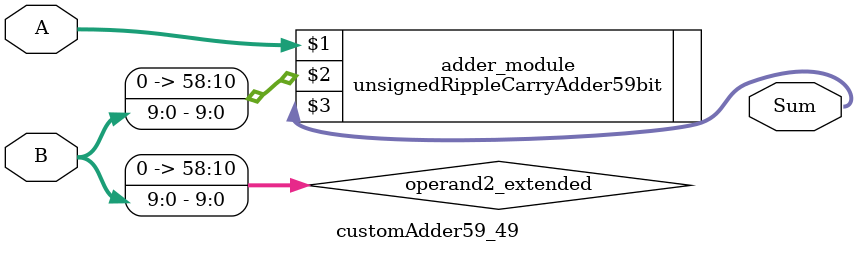
<source format=v>
module customAdder59_49(
                        input [58 : 0] A,
                        input [9 : 0] B,
                        
                        output [59 : 0] Sum
                );

        wire [58 : 0] operand2_extended;
        
        assign operand2_extended =  {49'b0, B};
        
        unsignedRippleCarryAdder59bit adder_module(
            A,
            operand2_extended,
            Sum
        );
        
        endmodule
        
</source>
